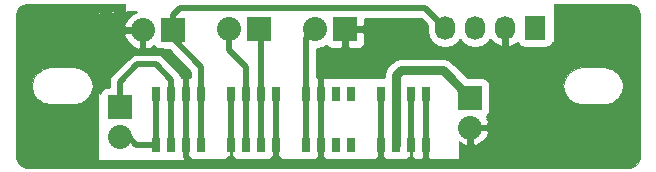
<source format=gbr>
G04 #@! TF.FileFunction,Copper,L1,Top,Signal*
%FSLAX46Y46*%
G04 Gerber Fmt 4.6, Leading zero omitted, Abs format (unit mm)*
G04 Created by KiCad (PCBNEW (2015-02-26 BZR 5453)-product) date Thu 20 Aug 2015 19:55:42 CEST*
%MOMM*%
G01*
G04 APERTURE LIST*
%ADD10C,0.100000*%
%ADD11R,0.710000X1.270000*%
%ADD12R,2.032000X2.032000*%
%ADD13O,2.032000X2.032000*%
%ADD14R,1.727200X2.032000*%
%ADD15O,1.727200X2.032000*%
%ADD16C,0.750000*%
%ADD17C,0.254000*%
%ADD18C,0.500000*%
%ADD19C,0.030000*%
G04 APERTURE END LIST*
D10*
D11*
X36470000Y7630000D03*
X30120000Y7630000D03*
X23770000Y7630000D03*
X17420000Y7630000D03*
X35200000Y7630000D03*
X28850000Y7630000D03*
X22500000Y7630000D03*
X16150000Y7630000D03*
X33930000Y7630000D03*
X27580000Y7630000D03*
X21230000Y7630000D03*
X14880000Y7630000D03*
X32660000Y7630000D03*
X26310000Y7630000D03*
X19960000Y7630000D03*
X13610000Y7630000D03*
X36470000Y3310000D03*
X30120000Y3310000D03*
X23770000Y3310000D03*
X17420000Y3310000D03*
X35200000Y3310000D03*
X28850000Y3310000D03*
X22500000Y3310000D03*
X16150000Y3310000D03*
X33930000Y3310000D03*
X27580000Y3310000D03*
X21230000Y3310000D03*
X14880000Y3310000D03*
X32660000Y3310000D03*
X26310000Y3310000D03*
X19960000Y3310000D03*
X13610000Y3310000D03*
D12*
X15000000Y13000000D03*
D13*
X12460000Y13000000D03*
D12*
X40200000Y7300000D03*
D13*
X40200000Y4760000D03*
D12*
X29600000Y13100000D03*
D13*
X27060000Y13100000D03*
D12*
X10500000Y6500000D03*
D13*
X10500000Y3960000D03*
D12*
X22300000Y13100000D03*
D13*
X19760000Y13100000D03*
D14*
X45700000Y13200000D03*
D15*
X43160000Y13200000D03*
X40620000Y13200000D03*
X38080000Y13200000D03*
D16*
X33930000Y3310000D02*
X33930000Y7630000D01*
X33930000Y7630000D02*
X33930000Y9230000D01*
X33930000Y9230000D02*
X34300000Y9600000D01*
X34300000Y9600000D02*
X37900000Y9600000D01*
X37900000Y9600000D02*
X40200000Y7300000D01*
D17*
X40200000Y6940000D02*
X40200000Y7500000D01*
D18*
X15000000Y13000000D02*
X15000000Y14300000D01*
X36380000Y14900000D02*
X38080000Y13200000D01*
X15600000Y14900000D02*
X36380000Y14900000D01*
X15000000Y14300000D02*
X15600000Y14900000D01*
X17420000Y7630000D02*
X17420000Y9880000D01*
X17420000Y9880000D02*
X15000000Y12300000D01*
X15000000Y12300000D02*
X15000000Y13000000D01*
X17420000Y3060000D02*
X17420000Y7380000D01*
D17*
X17420000Y7380000D02*
X17400000Y7400000D01*
D18*
X22500000Y7630000D02*
X22500000Y12900000D01*
X22500000Y12900000D02*
X22300000Y13100000D01*
X22500000Y3060000D02*
X22500000Y7380000D01*
D17*
X22500000Y7380000D02*
X22300000Y7580000D01*
D18*
X21230000Y3060000D02*
X21230000Y7380000D01*
D17*
X21230000Y7380000D02*
X21200000Y7410000D01*
D18*
X21200000Y7410000D02*
X21200000Y9900000D01*
X19760000Y11340000D02*
X19760000Y13100000D01*
X21200000Y9900000D02*
X19760000Y11340000D01*
X14880000Y7630000D02*
X14880000Y8791642D01*
X10500000Y8600000D02*
X10500000Y6500000D01*
X12000000Y10100000D02*
X10500000Y8600000D01*
X13571642Y10100000D02*
X12000000Y10100000D01*
X14880000Y8791642D02*
X13571642Y10100000D01*
X14880000Y7380000D02*
X14880000Y3060000D01*
X26310000Y3060000D02*
X26310000Y7380000D01*
D17*
X26310000Y7380000D02*
X26300000Y7390000D01*
D18*
X26300000Y7390000D02*
X26300000Y12340000D01*
X26300000Y12340000D02*
X27060000Y13100000D01*
X13610000Y3310000D02*
X11910000Y3310000D01*
X11910000Y3310000D02*
X11260000Y3960000D01*
D17*
X11260000Y3960000D02*
X10500000Y3960000D01*
D18*
X13610000Y7380000D02*
X13610000Y3060000D01*
X16150000Y7630000D02*
X16150000Y9250000D01*
X12460000Y11440000D02*
X12460000Y13000000D01*
X12700000Y11200000D02*
X12460000Y11440000D01*
X14200000Y11200000D02*
X12700000Y11200000D01*
X16150000Y9250000D02*
X14200000Y11200000D01*
X32660000Y3310000D02*
X32660000Y7610002D01*
X32660000Y7610002D02*
X32679998Y7630000D01*
X32679998Y7630000D02*
X32660000Y7630000D01*
X43160000Y13200000D02*
X43160000Y5660000D01*
X43160000Y5660000D02*
X42260000Y4760000D01*
X42260000Y4760000D02*
X40200000Y4760000D01*
X40200000Y4760000D02*
X40200000Y2600000D01*
X39000000Y1800000D02*
X36800000Y1800000D01*
X36800000Y1800000D02*
X36470000Y2130000D01*
X36470000Y2130000D02*
X36470000Y3060000D01*
X40200000Y2600000D02*
X39400000Y1800000D01*
X39400000Y1800000D02*
X39000000Y1800000D01*
X27580000Y7380000D02*
X27580000Y9080000D01*
X27580000Y9080000D02*
X29600000Y11100000D01*
X29600000Y11100000D02*
X29600000Y13100000D01*
X32660000Y3060000D02*
X32660000Y2140000D01*
X32660000Y2140000D02*
X33000000Y1800000D01*
X33000000Y1800000D02*
X34900000Y1800000D01*
X34900000Y1800000D02*
X35200000Y2100000D01*
D17*
X35200000Y2100000D02*
X35200000Y3060000D01*
X27580000Y3060000D02*
X27580000Y2180000D01*
D18*
X27580000Y2180000D02*
X27960000Y1800000D01*
X27960000Y1800000D02*
X32300000Y1800000D01*
X32300000Y1800000D02*
X32660000Y2160000D01*
X32660000Y2160000D02*
X32660000Y3060000D01*
X16150000Y3060000D02*
X16150000Y7380000D01*
D17*
X16150000Y7380000D02*
X16100000Y7430000D01*
D18*
X16150000Y2250000D02*
X16600000Y1800000D01*
X16150000Y3060000D02*
X16150000Y2250000D01*
X19600000Y1800000D02*
X19960000Y2160000D01*
X16600000Y1800000D02*
X19600000Y1800000D01*
X19960000Y7380000D02*
X19960000Y3060000D01*
X20300000Y1820000D02*
X23320000Y1820000D01*
X19960000Y2160000D02*
X20300000Y1820000D01*
X23770000Y2270000D02*
X23770000Y3060000D01*
X23320000Y1820000D02*
X23770000Y2270000D01*
D17*
X19960000Y3060000D02*
X19960000Y2160000D01*
D18*
X23770000Y3060000D02*
X23770000Y7380000D01*
X23770000Y2230000D02*
X24200000Y1800000D01*
X24200000Y1800000D02*
X27200000Y1800000D01*
X27200000Y1800000D02*
X27580000Y2180000D01*
X23770000Y3060000D02*
X23770000Y2230000D01*
X27580000Y2180000D02*
X27580000Y7380000D01*
X35200000Y3060000D02*
X35200000Y7380000D01*
D17*
X35100000Y2960000D02*
X35200000Y3060000D01*
D18*
X35200000Y2100000D02*
X35500000Y1800000D01*
X35500000Y1800000D02*
X36200000Y1800000D01*
X36200000Y1800000D02*
X36470000Y2070000D01*
X36470000Y2070000D02*
X36470000Y3060000D01*
D17*
X35200000Y3060000D02*
X35200000Y2100000D01*
D18*
X36470000Y7380000D02*
X36470000Y3060000D01*
D17*
G36*
X16493000Y9496024D02*
X14695287Y11293737D01*
X13984000Y11293737D01*
X13725862Y11343822D01*
X13498983Y11492857D01*
X13412055Y11621636D01*
X13331582Y11548578D01*
X12870008Y11357397D01*
X12608000Y11483455D01*
X12608000Y12852000D01*
X12628000Y12852000D01*
X12628000Y13148000D01*
X12608000Y13148000D01*
X12608000Y13168000D01*
X12312000Y13168000D01*
X12312000Y13148000D01*
X12312000Y12852000D01*
X12312000Y11483455D01*
X12049992Y11357397D01*
X11588418Y11548578D01*
X11099328Y11992601D01*
X10817388Y12589991D01*
X10942722Y12852000D01*
X12312000Y12852000D01*
X12312000Y13148000D01*
X10942722Y13148000D01*
X10817388Y13410009D01*
X11099328Y14007399D01*
X11588418Y14451422D01*
X11866495Y14566600D01*
X11127000Y14566600D01*
X11127000Y14478402D01*
X8827000Y14378402D01*
X8827000Y8622100D01*
X8864131Y8435431D01*
X8864131Y8151769D01*
X8827000Y7965099D01*
X8827000Y7687437D01*
X8843822Y7774138D01*
X8992857Y8001017D01*
X9217848Y8152888D01*
X9484000Y8206263D01*
X9573000Y8206263D01*
X9573000Y8600000D01*
X9643564Y8954748D01*
X9844512Y9255488D01*
X11344512Y10755488D01*
X11645252Y10956436D01*
X11645253Y10956436D01*
X12000000Y11027000D01*
X13571642Y11027000D01*
X13926389Y10956436D01*
X13926390Y10956436D01*
X14227130Y10755488D01*
X15535488Y9447130D01*
X15736436Y9146390D01*
X15736437Y9146389D01*
X15760184Y9027000D01*
X16493000Y9027000D01*
X16493000Y9496024D01*
X16493000Y9496024D01*
G37*
X16493000Y9496024D02*
X14695287Y11293737D01*
X13984000Y11293737D01*
X13725862Y11343822D01*
X13498983Y11492857D01*
X13412055Y11621636D01*
X13331582Y11548578D01*
X12870008Y11357397D01*
X12608000Y11483455D01*
X12608000Y12852000D01*
X12628000Y12852000D01*
X12628000Y13148000D01*
X12608000Y13148000D01*
X12608000Y13168000D01*
X12312000Y13168000D01*
X12312000Y13148000D01*
X12312000Y12852000D01*
X12312000Y11483455D01*
X12049992Y11357397D01*
X11588418Y11548578D01*
X11099328Y11992601D01*
X10817388Y12589991D01*
X10942722Y12852000D01*
X12312000Y12852000D01*
X12312000Y13148000D01*
X10942722Y13148000D01*
X10817388Y13410009D01*
X11099328Y14007399D01*
X11588418Y14451422D01*
X11866495Y14566600D01*
X11127000Y14566600D01*
X11127000Y14478402D01*
X8827000Y14378402D01*
X8827000Y8622100D01*
X8864131Y8435431D01*
X8864131Y8151769D01*
X8827000Y7965099D01*
X8827000Y7687437D01*
X8843822Y7774138D01*
X8992857Y8001017D01*
X9217848Y8152888D01*
X9484000Y8206263D01*
X9573000Y8206263D01*
X9573000Y8600000D01*
X9643564Y8954748D01*
X9844512Y9255488D01*
X11344512Y10755488D01*
X11645252Y10956436D01*
X11645253Y10956436D01*
X12000000Y11027000D01*
X13571642Y11027000D01*
X13926389Y10956436D01*
X13926390Y10956436D01*
X14227130Y10755488D01*
X15535488Y9447130D01*
X15736436Y9146390D01*
X15736437Y9146389D01*
X15760184Y9027000D01*
X16493000Y9027000D01*
X16493000Y9496024D01*
G36*
X47173000Y11879008D02*
X47054743Y11698983D01*
X46829752Y11547112D01*
X46563600Y11493737D01*
X44836400Y11493737D01*
X44578262Y11543822D01*
X44351383Y11692857D01*
X44199512Y11917848D01*
X44194976Y11940463D01*
X44069225Y11803644D01*
X43546066Y11556157D01*
X43308000Y11684260D01*
X43308000Y13052000D01*
X43328000Y13052000D01*
X43328000Y13348000D01*
X43308000Y13348000D01*
X43308000Y13368000D01*
X43012000Y13368000D01*
X43012000Y13348000D01*
X42992000Y13348000D01*
X42992000Y13052000D01*
X43012000Y13052000D01*
X43012000Y11684260D01*
X42773934Y11556157D01*
X42250775Y11803644D01*
X41890299Y12195844D01*
X41709369Y11925063D01*
X41209562Y11591103D01*
X40620000Y11473832D01*
X40030438Y11591103D01*
X39530631Y11925063D01*
X39350000Y12195396D01*
X39169369Y11925063D01*
X38669562Y11591103D01*
X38080000Y11473832D01*
X37490438Y11591103D01*
X36990631Y11925063D01*
X36656671Y12424870D01*
X36539400Y13014432D01*
X36539400Y13385568D01*
X36546709Y13422314D01*
X35996024Y13973000D01*
X31293000Y13973000D01*
X31293000Y13417250D01*
X31293000Y12782750D01*
X31293000Y11949336D01*
X31189933Y11700510D01*
X30999489Y11510067D01*
X30750663Y11407000D01*
X30481336Y11407000D01*
X29917250Y11407000D01*
X29748000Y11576250D01*
X29748000Y12952000D01*
X31123750Y12952000D01*
X31293000Y12782750D01*
X31293000Y13417250D01*
X31123750Y13248000D01*
X29748000Y13248000D01*
X29748000Y13268000D01*
X29452000Y13268000D01*
X29452000Y13248000D01*
X29432000Y13248000D01*
X29432000Y12952000D01*
X29452000Y12952000D01*
X29452000Y11576250D01*
X29282750Y11407000D01*
X28718664Y11407000D01*
X28449337Y11407000D01*
X28200511Y11510067D01*
X28010067Y11700510D01*
X28008734Y11703726D01*
X27707883Y11502704D01*
X27227000Y11407050D01*
X27227000Y9027000D01*
X32878000Y9027000D01*
X32878000Y9230000D01*
X32958079Y9632583D01*
X33186124Y9973876D01*
X33556124Y10343876D01*
X33897417Y10571921D01*
X34300000Y10652000D01*
X37900000Y10652000D01*
X38302583Y10571921D01*
X38643876Y10343876D01*
X39981489Y9006263D01*
X41216000Y9006263D01*
X41474138Y8956178D01*
X41701017Y8807143D01*
X41852888Y8582152D01*
X41906263Y8316000D01*
X41906263Y6284000D01*
X41856178Y6025862D01*
X41707143Y5798983D01*
X41578363Y5712055D01*
X41651422Y5631582D01*
X41653319Y5627000D01*
X47173000Y5627000D01*
X47173000Y10900000D01*
X47173000Y11879008D01*
X47173000Y11879008D01*
G37*
X47173000Y11879008D02*
X47054743Y11698983D01*
X46829752Y11547112D01*
X46563600Y11493737D01*
X44836400Y11493737D01*
X44578262Y11543822D01*
X44351383Y11692857D01*
X44199512Y11917848D01*
X44194976Y11940463D01*
X44069225Y11803644D01*
X43546066Y11556157D01*
X43308000Y11684260D01*
X43308000Y13052000D01*
X43328000Y13052000D01*
X43328000Y13348000D01*
X43308000Y13348000D01*
X43308000Y13368000D01*
X43012000Y13368000D01*
X43012000Y13348000D01*
X42992000Y13348000D01*
X42992000Y13052000D01*
X43012000Y13052000D01*
X43012000Y11684260D01*
X42773934Y11556157D01*
X42250775Y11803644D01*
X41890299Y12195844D01*
X41709369Y11925063D01*
X41209562Y11591103D01*
X40620000Y11473832D01*
X40030438Y11591103D01*
X39530631Y11925063D01*
X39350000Y12195396D01*
X39169369Y11925063D01*
X38669562Y11591103D01*
X38080000Y11473832D01*
X37490438Y11591103D01*
X36990631Y11925063D01*
X36656671Y12424870D01*
X36539400Y13014432D01*
X36539400Y13385568D01*
X36546709Y13422314D01*
X35996024Y13973000D01*
X31293000Y13973000D01*
X31293000Y13417250D01*
X31293000Y12782750D01*
X31293000Y11949336D01*
X31189933Y11700510D01*
X30999489Y11510067D01*
X30750663Y11407000D01*
X30481336Y11407000D01*
X29917250Y11407000D01*
X29748000Y11576250D01*
X29748000Y12952000D01*
X31123750Y12952000D01*
X31293000Y12782750D01*
X31293000Y13417250D01*
X31123750Y13248000D01*
X29748000Y13248000D01*
X29748000Y13268000D01*
X29452000Y13268000D01*
X29452000Y13248000D01*
X29432000Y13248000D01*
X29432000Y12952000D01*
X29452000Y12952000D01*
X29452000Y11576250D01*
X29282750Y11407000D01*
X28718664Y11407000D01*
X28449337Y11407000D01*
X28200511Y11510067D01*
X28010067Y11700510D01*
X28008734Y11703726D01*
X27707883Y11502704D01*
X27227000Y11407050D01*
X27227000Y9027000D01*
X32878000Y9027000D01*
X32878000Y9230000D01*
X32958079Y9632583D01*
X33186124Y9973876D01*
X33556124Y10343876D01*
X33897417Y10571921D01*
X34300000Y10652000D01*
X37900000Y10652000D01*
X38302583Y10571921D01*
X38643876Y10343876D01*
X39981489Y9006263D01*
X41216000Y9006263D01*
X41474138Y8956178D01*
X41701017Y8807143D01*
X41852888Y8582152D01*
X41906263Y8316000D01*
X41906263Y6284000D01*
X41856178Y6025862D01*
X41707143Y5798983D01*
X41578363Y5712055D01*
X41651422Y5631582D01*
X41653319Y5627000D01*
X47173000Y5627000D01*
X47173000Y10900000D01*
X47173000Y11879008D01*
D19*
G36*
X54586100Y14287198D02*
X54513751Y14650920D01*
X54311343Y14953846D01*
X54008420Y15156251D01*
X53644698Y15228600D01*
X53114851Y15228600D01*
X53114851Y8306281D01*
X53114851Y8280919D01*
X53000670Y7706894D01*
X52990965Y7683463D01*
X52665806Y7196828D01*
X52647872Y7178895D01*
X52161237Y6853735D01*
X52137806Y6844030D01*
X51703783Y6757697D01*
X51697062Y6747638D01*
X51675974Y6733548D01*
X51651100Y6728600D01*
X49651100Y6728600D01*
X49644821Y6729849D01*
X49638419Y6729849D01*
X49064394Y6844030D01*
X49040963Y6853735D01*
X48554328Y7178894D01*
X48536395Y7196828D01*
X48211235Y7683463D01*
X48201530Y7706894D01*
X48087349Y8280919D01*
X48087349Y8280920D01*
X48087349Y8306280D01*
X48087349Y8306281D01*
X48201530Y8880306D01*
X48211235Y8903737D01*
X48536395Y9390372D01*
X48554328Y9408306D01*
X49040963Y9733465D01*
X49064394Y9743170D01*
X49638419Y9857351D01*
X49644821Y9857351D01*
X49651100Y9858600D01*
X51651100Y9858600D01*
X51675974Y9853652D01*
X51697062Y9839562D01*
X51703783Y9829502D01*
X52137806Y9743170D01*
X52161237Y9733465D01*
X52161237Y9733464D01*
X52647872Y9408305D01*
X52665805Y9390372D01*
X52665806Y9390372D01*
X52990964Y8903737D01*
X52990965Y8903737D01*
X53000670Y8880306D01*
X53114851Y8306281D01*
X53114851Y15228600D01*
X47315000Y15228600D01*
X47315000Y10900000D01*
X47315000Y5485000D01*
X41550935Y5485000D01*
X41570467Y5460283D01*
X41664223Y5233889D01*
X41664223Y4286111D01*
X41570467Y4059717D01*
X41198160Y3588568D01*
X40673892Y3295759D01*
X40439000Y3370403D01*
X40439000Y4521000D01*
X41587821Y4521000D01*
X41664223Y4286111D01*
X41664223Y5233889D01*
X41587821Y4999000D01*
X40439000Y4999000D01*
X40439000Y5019000D01*
X39961000Y5019000D01*
X39961000Y4999000D01*
X39941000Y4999000D01*
X39941000Y4521000D01*
X39961000Y4521000D01*
X39961000Y3370403D01*
X39726108Y3295759D01*
X39215000Y3581218D01*
X39215000Y2085049D01*
X8685000Y1984951D01*
X8685000Y14514362D01*
X10985000Y14614362D01*
X10985000Y15228600D01*
X8214851Y15228600D01*
X8214851Y8306281D01*
X8214851Y8280919D01*
X8100670Y7706894D01*
X8090965Y7683463D01*
X7765806Y7196828D01*
X7747872Y7178895D01*
X7261237Y6853735D01*
X7237806Y6844030D01*
X6663781Y6729849D01*
X6657378Y6729849D01*
X6651100Y6728600D01*
X4651100Y6728600D01*
X4644821Y6729849D01*
X4638419Y6729849D01*
X4064394Y6844030D01*
X4040963Y6853735D01*
X3554328Y7178894D01*
X3536395Y7196828D01*
X3211235Y7683463D01*
X3201530Y7706894D01*
X3087349Y8280919D01*
X3087349Y8280920D01*
X3087349Y8306280D01*
X3087349Y8306281D01*
X3201530Y8880306D01*
X3211235Y8903737D01*
X3536395Y9390372D01*
X3554328Y9408306D01*
X4040963Y9733465D01*
X4064394Y9743170D01*
X4638419Y9857351D01*
X4644821Y9857351D01*
X4651100Y9858600D01*
X6651100Y9858600D01*
X6657378Y9857351D01*
X6663781Y9857351D01*
X7237806Y9743170D01*
X7261237Y9733465D01*
X7261237Y9733464D01*
X7747872Y9408305D01*
X7765805Y9390372D01*
X7765806Y9390372D01*
X8090964Y8903737D01*
X8090965Y8903737D01*
X8100670Y8880306D01*
X8214851Y8306281D01*
X8214851Y15228600D01*
X2657501Y15228600D01*
X2293779Y15156251D01*
X1990853Y14953843D01*
X1788448Y14650920D01*
X1716100Y14287198D01*
X1716100Y2300001D01*
X1788448Y1936279D01*
X1990853Y1633356D01*
X2293779Y1430948D01*
X2657501Y1358600D01*
X53644698Y1358600D01*
X54008420Y1430948D01*
X54311343Y1633353D01*
X54513751Y1936279D01*
X54586100Y2300001D01*
X54586100Y14287198D01*
X54586100Y14287198D01*
G37*
X54586100Y14287198D02*
X54513751Y14650920D01*
X54311343Y14953846D01*
X54008420Y15156251D01*
X53644698Y15228600D01*
X53114851Y15228600D01*
X53114851Y8306281D01*
X53114851Y8280919D01*
X53000670Y7706894D01*
X52990965Y7683463D01*
X52665806Y7196828D01*
X52647872Y7178895D01*
X52161237Y6853735D01*
X52137806Y6844030D01*
X51703783Y6757697D01*
X51697062Y6747638D01*
X51675974Y6733548D01*
X51651100Y6728600D01*
X49651100Y6728600D01*
X49644821Y6729849D01*
X49638419Y6729849D01*
X49064394Y6844030D01*
X49040963Y6853735D01*
X48554328Y7178894D01*
X48536395Y7196828D01*
X48211235Y7683463D01*
X48201530Y7706894D01*
X48087349Y8280919D01*
X48087349Y8280920D01*
X48087349Y8306280D01*
X48087349Y8306281D01*
X48201530Y8880306D01*
X48211235Y8903737D01*
X48536395Y9390372D01*
X48554328Y9408306D01*
X49040963Y9733465D01*
X49064394Y9743170D01*
X49638419Y9857351D01*
X49644821Y9857351D01*
X49651100Y9858600D01*
X51651100Y9858600D01*
X51675974Y9853652D01*
X51697062Y9839562D01*
X51703783Y9829502D01*
X52137806Y9743170D01*
X52161237Y9733465D01*
X52161237Y9733464D01*
X52647872Y9408305D01*
X52665805Y9390372D01*
X52665806Y9390372D01*
X52990964Y8903737D01*
X52990965Y8903737D01*
X53000670Y8880306D01*
X53114851Y8306281D01*
X53114851Y15228600D01*
X47315000Y15228600D01*
X47315000Y10900000D01*
X47315000Y5485000D01*
X41550935Y5485000D01*
X41570467Y5460283D01*
X41664223Y5233889D01*
X41664223Y4286111D01*
X41570467Y4059717D01*
X41198160Y3588568D01*
X40673892Y3295759D01*
X40439000Y3370403D01*
X40439000Y4521000D01*
X41587821Y4521000D01*
X41664223Y4286111D01*
X41664223Y5233889D01*
X41587821Y4999000D01*
X40439000Y4999000D01*
X40439000Y5019000D01*
X39961000Y5019000D01*
X39961000Y4999000D01*
X39941000Y4999000D01*
X39941000Y4521000D01*
X39961000Y4521000D01*
X39961000Y3370403D01*
X39726108Y3295759D01*
X39215000Y3581218D01*
X39215000Y2085049D01*
X8685000Y1984951D01*
X8685000Y14514362D01*
X10985000Y14614362D01*
X10985000Y15228600D01*
X8214851Y15228600D01*
X8214851Y8306281D01*
X8214851Y8280919D01*
X8100670Y7706894D01*
X8090965Y7683463D01*
X7765806Y7196828D01*
X7747872Y7178895D01*
X7261237Y6853735D01*
X7237806Y6844030D01*
X6663781Y6729849D01*
X6657378Y6729849D01*
X6651100Y6728600D01*
X4651100Y6728600D01*
X4644821Y6729849D01*
X4638419Y6729849D01*
X4064394Y6844030D01*
X4040963Y6853735D01*
X3554328Y7178894D01*
X3536395Y7196828D01*
X3211235Y7683463D01*
X3201530Y7706894D01*
X3087349Y8280919D01*
X3087349Y8280920D01*
X3087349Y8306280D01*
X3087349Y8306281D01*
X3201530Y8880306D01*
X3211235Y8903737D01*
X3536395Y9390372D01*
X3554328Y9408306D01*
X4040963Y9733465D01*
X4064394Y9743170D01*
X4638419Y9857351D01*
X4644821Y9857351D01*
X4651100Y9858600D01*
X6651100Y9858600D01*
X6657378Y9857351D01*
X6663781Y9857351D01*
X7237806Y9743170D01*
X7261237Y9733465D01*
X7261237Y9733464D01*
X7747872Y9408305D01*
X7765805Y9390372D01*
X7765806Y9390372D01*
X8090964Y8903737D01*
X8090965Y8903737D01*
X8100670Y8880306D01*
X8214851Y8306281D01*
X8214851Y15228600D01*
X2657501Y15228600D01*
X2293779Y15156251D01*
X1990853Y14953843D01*
X1788448Y14650920D01*
X1716100Y14287198D01*
X1716100Y2300001D01*
X1788448Y1936279D01*
X1990853Y1633356D01*
X2293779Y1430948D01*
X2657501Y1358600D01*
X53644698Y1358600D01*
X54008420Y1430948D01*
X54311343Y1633353D01*
X54513751Y1936279D01*
X54586100Y2300001D01*
X54586100Y14287198D01*
M02*

</source>
